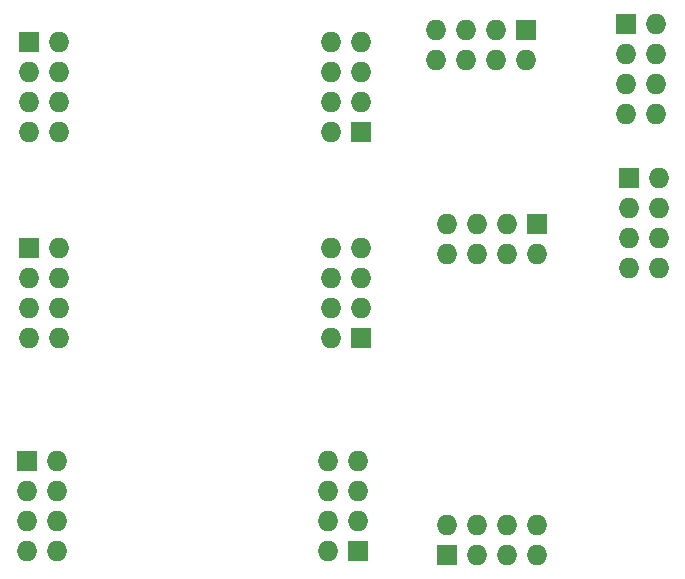
<source format=gbs>
%FSLAX46Y46*%
G04 Gerber Fmt 4.6, Leading zero omitted, Abs format (unit mm)*
G04 Created by KiCad (PCBNEW (2014-jul-16 BZR unknown)-product) date Tue 14 Oct 2014 06:58:31 PM EDT*
%MOMM*%
G01*
G04 APERTURE LIST*
%ADD10C,0.100000*%
%ADD11R,1.727200X1.727200*%
%ADD12O,1.727200X1.727200*%
G04 APERTURE END LIST*
D10*
D11*
X116730000Y-64190000D03*
D12*
X119270000Y-64190000D03*
X116730000Y-66730000D03*
X119270000Y-66730000D03*
X116730000Y-69270000D03*
X119270000Y-69270000D03*
X116730000Y-71810000D03*
X119270000Y-71810000D03*
D11*
X116730000Y-81690000D03*
D12*
X119270000Y-81690000D03*
X116730000Y-84230000D03*
X119270000Y-84230000D03*
X116730000Y-86770000D03*
X119270000Y-86770000D03*
X116730000Y-89310000D03*
X119270000Y-89310000D03*
D11*
X116480000Y-99690000D03*
D12*
X119020000Y-99690000D03*
X116480000Y-102230000D03*
X119020000Y-102230000D03*
X116480000Y-104770000D03*
X119020000Y-104770000D03*
X116480000Y-107310000D03*
X119020000Y-107310000D03*
D11*
X159685000Y-79605000D03*
D12*
X159685000Y-82145000D03*
X157145000Y-79605000D03*
X157145000Y-82145000D03*
X154605000Y-79605000D03*
X154605000Y-82145000D03*
X152065000Y-79605000D03*
X152065000Y-82145000D03*
D11*
X144770000Y-71810000D03*
D12*
X142230000Y-71810000D03*
X144770000Y-69270000D03*
X142230000Y-69270000D03*
X144770000Y-66730000D03*
X142230000Y-66730000D03*
X144770000Y-64190000D03*
X142230000Y-64190000D03*
D11*
X144770000Y-89310000D03*
D12*
X142230000Y-89310000D03*
X144770000Y-86770000D03*
X142230000Y-86770000D03*
X144770000Y-84230000D03*
X142230000Y-84230000D03*
X144770000Y-81690000D03*
X142230000Y-81690000D03*
D11*
X144520000Y-107310000D03*
D12*
X141980000Y-107310000D03*
X144520000Y-104770000D03*
X141980000Y-104770000D03*
X144520000Y-102230000D03*
X141980000Y-102230000D03*
X144520000Y-99690000D03*
X141980000Y-99690000D03*
D11*
X152065000Y-107645000D03*
D12*
X152065000Y-105105000D03*
X154605000Y-107645000D03*
X154605000Y-105105000D03*
X157145000Y-107645000D03*
X157145000Y-105105000D03*
X159685000Y-107645000D03*
X159685000Y-105105000D03*
D11*
X167230000Y-62690000D03*
D12*
X169770000Y-62690000D03*
X167230000Y-65230000D03*
X169770000Y-65230000D03*
X167230000Y-67770000D03*
X169770000Y-67770000D03*
X167230000Y-70310000D03*
X169770000Y-70310000D03*
D11*
X167480000Y-75690000D03*
D12*
X170020000Y-75690000D03*
X167480000Y-78230000D03*
X170020000Y-78230000D03*
X167480000Y-80770000D03*
X170020000Y-80770000D03*
X167480000Y-83310000D03*
X170020000Y-83310000D03*
D11*
X158810000Y-63230000D03*
D12*
X158810000Y-65770000D03*
X156270000Y-63230000D03*
X156270000Y-65770000D03*
X153730000Y-63230000D03*
X153730000Y-65770000D03*
X151190000Y-63230000D03*
X151190000Y-65770000D03*
M02*

</source>
